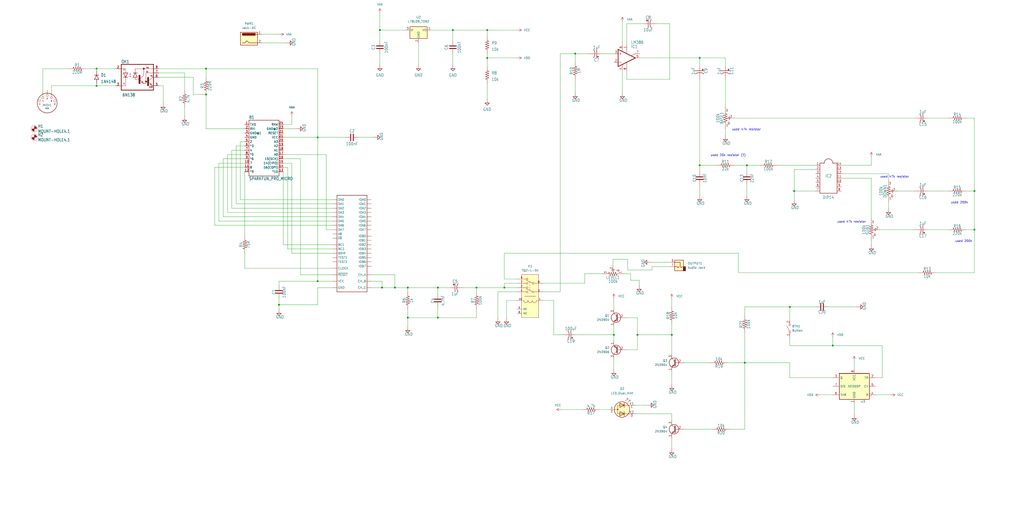
<source format=kicad_sch>
(kicad_sch (version 20211123) (generator eeschema)
  (paper "User" 605.942 311.15)
  (lib_symbols
    (symbol "Connector:AudioJack2"
      (property "Reference" "J" (at 0 8.89 0))
      (property "Value" "AudioJack2" (at 0 6.35 0))
      (symbol "AudioJack2_1_1"
        (pin passive line (at 5.08 2.54 180) (length 2.54) (name "~") (number "S"))
        (pin passive line (at 5.08 0 180) (length 2.54) (name "~") (number "T"))
      )
    )
    (symbol "Connector:Jack-DC" (pin_names (offset 1.016))
      (property "Reference" "J" (at 0 5.334 0))
      (property "Value" "Jack-DC" (at 0 -5.08 0))
      (symbol "Jack-DC_1_1"
        (pin passive line (at 7.62 2.54 180) (length 2.54) (name "~") (number "1"))
        (pin passive line (at 7.62 -2.54 180) (length 2.54) (name "~") (number "2"))
      )
    )
    (symbol "Device:C" (pin_numbers hide) (pin_names (offset 0.254))
      (property "Reference" "C" (at 0.635 2.54 0))
      (property "Value" "C" (at 0.635 -2.54 0))
      (symbol "C_1_1"
        (pin passive line (at 0 3.81 270) (length 2.794) (name "~") (number "1"))
        (pin passive line (at 0 -3.81 90) (length 2.794) (name "~") (number "2"))
      )
    )
    (symbol "Device:LED_Dual_KAK" (pin_names (offset 0))
      (property "Reference" "D" (at 0 5.715 0))
      (property "Value" "LED_Dual_KAK" (at 0 -6.35 0))
      (symbol "LED_Dual_KAK_1_1"
        (pin input line (at 7.62 2.54 180) (length 3.81) (name "K1") (number "1"))
        (pin input line (at -7.62 0 0) (length 3.048) (name "A") (number "2"))
        (pin input line (at 7.62 -2.54 180) (length 3.81) (name "K2") (number "3"))
      )
    )
    (symbol "GND_1" (power)
      (property "Value" "GND_1" (at -2.54 -5.08 0))
      (symbol "GND_1_1_0"
        (pin power_in line (at 0 2.54 270) (length 2.54) (name "GND") (number "1"))
      )
    )
    (symbol "Regulator_Linear:L78L09_TO92" (pin_names (offset 0.254))
      (property "Reference" "U" (at -3.81 3.175 0))
      (property "Value" "L78L09_TO92" (at 0 3.175 0))
      (symbol "L78L09_TO92_1_1"
        (pin power_out line (at 7.62 0 180) (length 2.54) (name "VO") (number "1"))
        (pin power_in line (at 0 -7.62 90) (length 2.54) (name "GND") (number "2"))
        (pin power_in line (at -7.62 0 0) (length 2.54) (name "VI") (number "3"))
      )
    )
    (symbol "TQ2-L-5V:TQ2-L-5V" (pin_names (offset 1.016))
      (property "Reference" "K" (at 0 7.62 0))
      (property "Value" "TQ2-L-5V" (at 0 10.16 0))
      (symbol "TQ2-L-5V_1_1"
        (pin passive line (at 2.54 -10.16 0) (length 3.81) (name "S+/R-") (number "1"))
        (pin passive line (at 17.78 -10.16 180) (length 3.81) (name "S-/R+") (number "10"))
        (pin passive line (at 17.78 -2.54 180) (length 5.08) (name "2") (number "2"))
        (pin passive line (at 2.54 -5.08 0) (length 5.08) (name "3") (number "3"))
        (pin passive line (at 17.78 -5.08 180) (length 5.08) (name "4") (number "4"))
        (pin passive line (at 17.78 -15.24 180) (length 2.54) (name "NC") (number "5"))
        (pin passive line (at 17.78 -17.78 180) (length 2.54) (name "NC") (number "6"))
        (pin passive line (at 17.78 0 180) (length 5.08) (name "7") (number "7"))
        (pin passive line (at 2.54 0 0) (length 5.08) (name "8") (number "8"))
        (pin passive line (at 17.78 2.54 180) (length 5.08) (name "9") (number "9"))
      )
    )
    (symbol "Timer:NE555P"
      (property "Reference" "U" (at -10.16 8.89 0))
      (property "Value" "NE555P" (at 2.54 8.89 0))
      (symbol "NE555P_0_0"
        (pin power_in line (at 0 -10.16 90) (length 2.54) (name "GND") (number "1"))
        (pin power_in line (at 0 10.16 270) (length 2.54) (name "VCC") (number "8"))
      )
      (symbol "NE555P_1_1"
        (pin input line (at -12.7 5.08 0) (length 3.81) (name "TR") (number "2"))
        (pin output line (at 12.7 5.08 180) (length 3.81) (name "Q") (number "3"))
        (pin input inverted (at -12.7 -5.08 0) (length 3.81) (name "R") (number "4"))
        (pin input line (at -12.7 0 0) (length 3.81) (name "CV") (number "5"))
        (pin input line (at 12.7 -5.08 180) (length 3.81) (name "THR") (number "6"))
        (pin input line (at 12.7 0 180) (length 3.81) (name "DIS") (number "7"))
      )
    )
    (symbol "Transistor_BJT:2N3904" (pin_names (offset 0) hide)
      (property "Reference" "Q" (at 5.08 1.905 0))
      (property "Value" "2N3904" (at 5.08 0 0))
      (symbol "2N3904_1_1"
        (pin passive line (at 2.54 -5.08 90) (length 2.54) (name "E") (number "1"))
        (pin passive line (at -5.08 0 0) (length 5.715) (name "B") (number "2"))
        (pin passive line (at 2.54 5.08 270) (length 2.54) (name "C") (number "3"))
      )
    )
    (symbol "Transistor_BJT:2N3906" (pin_names (offset 0) hide)
      (property "Reference" "Q" (at 5.08 1.905 0))
      (property "Value" "2N3906" (at 5.08 0 0))
      (symbol "2N3906_1_1"
        (pin passive line (at 2.54 -5.08 90) (length 2.54) (name "E") (number "1"))
        (pin input line (at -5.08 0 0) (length 5.715) (name "B") (number "2"))
        (pin passive line (at 2.54 5.08 270) (length 2.54) (name "C") (number "3"))
      )
    )
    (symbol "midi-bit-box-v1-eagle-import:5MM.2"
      (property "Reference" "C" (at 0 3.683 0))
      (property "Value" "5MM.2" (at 0 -3.683 0))
      (symbol "5MM.2_1_0"
        (pin passive line (at -2.54 0 0) (length 2.54) (name "+") (number "+"))
        (pin passive line (at 5.08 0 180) (length 2.54) (name "-") (number "-"))
      )
    )
    (symbol "midi-bit-box-v1-eagle-import:6N138"
      (property "Reference" "OK" (at -9.525 8.255 0))
      (property "Value" "6N138" (at -9.525 -10.16 0))
      (symbol "6N138_1_0"
        (text "A" (at -8.255 4.064 0) (effects (font (size 0.8128 0.6908)) (justify left bottom)))
        (text "C" (at -8.255 -4.318 0) (effects (font (size 0.8128 0.6908)) (justify left bottom)))
        (text "GND" (at 6.858 -6.223 0) (effects (font (size 0.8128 0.6908)) (justify left bottom)))
        (text "Vb" (at 5.08 2.794 0) (effects (font (size 0.8128 0.6908)) (justify left bottom)))
        (text "Vcc" (at 5.08 5.334 0) (effects (font (size 0.8128 0.6908)) (justify left bottom)))
        (text "Vo" (at 7.62 0.381 0) (effects (font (size 0.8128 0.6908)) (justify left bottom)))
        (pin passive line (at -12.7 5.08 0) (length 2.54) (name "A") (number "2"))
        (pin passive line (at -12.7 -5.08 0) (length 2.54) (name "C") (number "3"))
        (pin passive line (at 12.7 -5.08 180) (length 2.54) (name "GND") (number "5"))
        (pin passive line (at 12.7 0 180) (length 2.54) (name "VO") (number "6"))
        (pin passive line (at 12.7 2.54 180) (length 2.54) (name "VB") (number "7"))
        (pin passive line (at 12.7 5.08 180) (length 2.54) (name "VCC") (number "8"))
      )
    )
    (symbol "midi-bit-box-v1-eagle-import:AY-3-8910"
      (symbol "AY-3-8910_1_0"
        (pin power_in line (at -11.43 -25.4 0) (length 2.54) (name "GND") (number "1"))
        (pin bidirectional line (at 11.43 -2.54 180) (length 2.54) (name "IOB3") (number "10"))
        (pin bidirectional line (at 11.43 0 180) (length 2.54) (name "IOB2") (number "11"))
        (pin bidirectional line (at 11.43 2.54 180) (length 2.54) (name "IOB1") (number "12"))
        (pin bidirectional line (at 11.43 5.08 180) (length 2.54) (name "IOB0") (number "13"))
        (pin bidirectional line (at 11.43 8.89 180) (length 2.54) (name "IOA7") (number "14"))
        (pin bidirectional line (at 11.43 11.43 180) (length 2.54) (name "IOA6") (number "15"))
        (pin bidirectional line (at 11.43 13.97 180) (length 2.54) (name "IOA5") (number "16"))
        (pin bidirectional line (at 11.43 16.51 180) (length 2.54) (name "IOA4") (number "17"))
        (pin bidirectional line (at 11.43 19.05 180) (length 2.54) (name "IOA3") (number "18"))
        (pin bidirectional line (at 11.43 21.59 180) (length 2.54) (name "IOA2") (number "19"))
        (pin bidirectional line (at 11.43 24.13 180) (length 2.54) (name "IOA1") (number "20"))
        (pin bidirectional line (at 11.43 26.67 180) (length 2.54) (name "IOA0") (number "21"))
        (pin input line (at -11.43 -13.97 0) (length 2.54) (name "CLOCK") (number "22"))
        (pin input line (at -11.43 -17.78 0) (length 2.54) (name "~{RESET}") (number "23"))
        (pin input line (at -11.43 3.81 0) (length 2.54) (name "~{A9}") (number "24"))
        (pin input line (at -11.43 6.35 0) (length 2.54) (name "A8") (number "25"))
        (pin input line (at -11.43 -10.16 0) (length 2.54) (name "TEST2") (number "26"))
        (pin input line (at -11.43 -5.08 0) (length 2.54) (name "BDIR") (number "27"))
        (pin input line (at -11.43 -2.54 0) (length 2.54) (name "BC2") (number "28"))
        (pin input line (at -11.43 0 0) (length 2.54) (name "BC1") (number "29"))
        (pin output line (at 11.43 -21.59 180) (length 2.54) (name "CH_B") (number "3"))
        (pin bidirectional line (at -11.43 8.89 0) (length 2.54) (name "DA7") (number "30"))
        (pin bidirectional line (at -11.43 11.43 0) (length 2.54) (name "DA6") (number "31"))
        (pin bidirectional line (at -11.43 13.97 0) (length 2.54) (name "DA5") (number "32"))
        (pin bidirectional line (at -11.43 16.51 0) (length 2.54) (name "DA4") (number "33"))
        (pin bidirectional line (at -11.43 19.05 0) (length 2.54) (name "DA3") (number "34"))
        (pin bidirectional line (at -11.43 21.59 0) (length 2.54) (name "DA2") (number "35"))
        (pin bidirectional line (at -11.43 24.13 0) (length 2.54) (name "DA1") (number "36"))
        (pin bidirectional line (at -11.43 26.67 0) (length 2.54) (name "DA0") (number "37"))
        (pin output line (at 11.43 -25.4 180) (length 2.54) (name "CH_C") (number "38"))
        (pin input line (at -11.43 -7.62 0) (length 2.54) (name "TEST1") (number "39"))
        (pin output line (at 11.43 -17.78 180) (length 2.54) (name "CH_A") (number "4"))
        (pin power_in line (at -11.43 -21.59 0) (length 2.54) (name "VCC") (number "40"))
        (pin bidirectional line (at 11.43 -12.7 180) (length 2.54) (name "IOB7") (number "6"))
        (pin bidirectional line (at 11.43 -10.16 180) (length 2.54) (name "IOB6") (number "7"))
        (pin bidirectional line (at 11.43 -7.62 180) (length 2.54) (name "IOB5") (number "8"))
        (pin bidirectional line (at 11.43 -5.08 180) (length 2.54) (name "IOB4") (number "9"))
      )
    )
    (symbol "midi-bit-box-v1-eagle-import:Button" (pin_names (offset 0) hide)
      (property "Reference" "SW" (at 0 3.175 0))
      (property "Value" "Button" (at 0 -2.54 0))
      (symbol "Button_1_1"
        (pin passive line (at -5.08 0 0) (length 2.54) (name "A") (number "1"))
        (pin passive line (at 5.08 0 180) (length 2.54) (name "B") (number "2"))
      )
    )
    (symbol "midi-bit-box-v1-eagle-import:DIP14"
      (property "Reference" "IC" (at 0 1.27 0))
      (property "Value" "DIP14" (at 0 -1.27 0))
      (symbol "DIP14_1_0"
        (pin passive line (at -7.62 7.62 0) (length 2.54) (name "1") (number "1"))
        (pin passive line (at 7.62 -2.54 180) (length 2.54) (name "10") (number "10"))
        (pin passive line (at 7.62 0 180) (length 2.54) (name "11") (number "11"))
        (pin passive line (at 7.62 2.54 180) (length 2.54) (name "12") (number "12"))
        (pin passive line (at 7.62 5.08 180) (length 2.54) (name "13") (number "13"))
        (pin passive line (at 7.62 7.62 180) (length 2.54) (name "14") (number "14"))
        (pin passive line (at -7.62 5.08 0) (length 2.54) (name "2") (number "2"))
        (pin passive line (at -7.62 2.54 0) (length 2.54) (name "3") (number "3"))
        (pin passive line (at -7.62 0 0) (length 2.54) (name "4") (number "4"))
        (pin passive line (at -7.62 -2.54 0) (length 2.54) (name "5") (number "5"))
        (pin passive line (at -7.62 -5.08 0) (length 2.54) (name "6") (number "6"))
        (pin passive line (at -7.62 -7.62 0) (length 2.54) (name "7") (number "7"))
        (pin passive line (at 7.62 -7.62 180) (length 2.54) (name "8") (number "8"))
        (pin passive line (at 7.62 -5.08 180) (length 2.54) (name "9") (number "9"))
      )
    )
    (symbol "midi-bit-box-v1-eagle-import:DO41.3"
      (property "Reference" "D" (at 0 2.3876 0))
      (property "Value" "DO41.3" (at 0 -2.413 0))
      (symbol "DO41.3_1_0"
        (pin passive line (at -5.08 0 0) (length 2.54) (name "A") (number "A"))
        (pin passive line (at 2.54 0 180) (length 2.54) (name "C") (number "C"))
      )
    )
    (symbol "midi-bit-box-v1-eagle-import:GND" (power)
      (property "Value" "GND" (at -1.905 -3.175 0))
      (symbol "GND_1_0"
        (pin power_in line (at 0 2.54 270) (length 2.54) (name "GND") (number "1"))
      )
    )
    (symbol "midi-bit-box-v1-eagle-import:LM386"
      (property "Reference" "IC" (at 2.54 5.715 0))
      (property "Value" "LM386" (at 2.54 8.255 0))
      (symbol "LM386_1_0"
        (pin passive line (at 0 7.62 270) (length 2.54) (name "GAIN1") (number "1"))
        (pin input line (at -7.62 -2.54 0) (length 2.54) (name "-IN") (number "2"))
        (pin input line (at -7.62 2.54 0) (length 2.54) (name "+IN") (number "3"))
        (pin power_in line (at -2.54 -7.62 90) (length 2.54) (name "V-") (number "4"))
        (pin output line (at 7.62 0 180) (length 2.54) (name "OUT") (number "5"))
        (pin power_in line (at -2.54 7.62 270) (length 2.54) (name "V+") (number "6"))
        (pin passive line (at 7.62 2.54 180) (length 2.54) (name "BYPASS") (number "7"))
        (pin passive line (at 0 -7.62 90) (length 2.54) (name "GAIN2") (number "8"))
      )
    )
    (symbol "midi-bit-box-v1-eagle-import:MIDI"
      (property "Reference" "J" (at 0 -1.27 0))
      (property "Value" "MIDI" (at 0 -3.175 0))
      (symbol "MIDI_1_0"
        (text "1" (at -4.445 -0.635 0) (effects (font (size 0.8128 0.6908))))
        (text "2" (at 0 2.54 0) (effects (font (size 0.8128 0.6908))))
        (text "3" (at 4.445 -0.635 0) (effects (font (size 0.8128 0.6908))))
        (text "4" (at -2.54 1.27 0) (effects (font (size 0.8128 0.6908))))
        (text "5" (at 2.54 1.27 0) (effects (font (size 0.8128 0.6908))))
        (pin bidirectional line (at 0 7.62 270) (length 2.54) (name "2") (number "R"))
        (pin bidirectional line (at 2.54 6.35 270) (length 2.54) (name "5") (number "S"))
        (pin bidirectional line (at -2.54 6.35 270) (length 2.54) (name "4") (number "T"))
      )
    )
    (symbol "midi-bit-box-v1-eagle-import:MOUNT-HOLE4.1"
      (property "Reference" "H" (at 2.032 0.5842 0))
      (property "Value" "MOUNT-HOLE4.1" (at 2.032 -2.4638 0))
    )
    (symbol "midi-bit-box-v1-eagle-import:R.3B"
      (property "Reference" "R" (at 0 2.1336 0))
      (property "Value" "R.3B" (at 0 -2.159 0))
      (symbol "R.3B_1_0"
        (pin passive line (at -5.08 0 0) (length 2.54) (name "1") (number "1"))
        (pin passive line (at 5.08 0 180) (length 2.54) (name "2") (number "2"))
      )
    )
    (symbol "midi-bit-box-v1-eagle-import:SPARKFUN_PRO_MICRO"
      (property "Reference" "B" (at -7.62 18.542 0))
      (property "Value" "SPARKFUN_PRO_MICRO" (at -7.62 -17.78 0))
      (symbol "SPARKFUN_PRO_MICRO_1_0"
        (pin bidirectional line (at -10.16 15.24 0) (length 2.54) (name "TXO") (number "1"))
        (pin bidirectional line (at -10.16 -7.62 0) (length 2.54) (name "7") (number "10"))
        (pin bidirectional line (at -10.16 -10.16 0) (length 2.54) (name "8") (number "11"))
        (pin bidirectional line (at -10.16 -12.7 0) (length 2.54) (name "*9") (number "12"))
        (pin bidirectional line (at 12.7 -12.7 180) (length 2.54) (name "*10") (number "13"))
        (pin bidirectional line (at 12.7 -10.16 180) (length 2.54) (name "16(COPI)") (number "14"))
        (pin bidirectional line (at 12.7 -7.62 180) (length 2.54) (name "14(CIPO)") (number "15"))
        (pin bidirectional line (at 12.7 -5.08 180) (length 2.54) (name "15(SCK)") (number "16"))
        (pin bidirectional line (at 12.7 -2.54 180) (length 2.54) (name "A0") (number "17"))
        (pin bidirectional line (at 12.7 0 180) (length 2.54) (name "A1") (number "18"))
        (pin bidirectional line (at 12.7 2.54 180) (length 2.54) (name "A2") (number "19"))
        (pin bidirectional line (at -10.16 12.7 0) (length 2.54) (name "RXI") (number "2"))
        (pin bidirectional line (at 12.7 5.08 180) (length 2.54) (name "A3") (number "20"))
        (pin power_in line (at 12.7 7.62 180) (length 2.54) (name "VCC") (number "21"))
        (pin bidirectional line (at 12.7 10.16 180) (length 2.54) (name "RESET") (number "22"))
        (pin power_in line (at 12.7 12.7 180) (length 2.54) (name "GND@2") (number "23"))
        (pin power_in line (at 12.7 15.24 180) (length 2.54) (name "RAW") (number "24"))
        (pin power_in line (at -10.16 10.16 0) (length 2.54) (name "GND@1") (number "3"))
        (pin power_in line (at -10.16 7.62 0) (length 2.54) (name "GND") (number "4"))
        (pin bidirectional line (at -10.16 5.08 0) (length 2.54) (name "2") (number "5"))
        (pin bidirectional line (at -10.16 2.54 0) (length 2.54) (name "*3") (number "6"))
        (pin bidirectional line (at -10.16 0 0) (length 2.54) (name "4") (number "7"))
        (pin bidirectional line (at -10.16 -2.54 0) (length 2.54) (name "*5") (number "8"))
        (pin bidirectional line (at -10.16 -5.08 0) (length 2.54) (name "*6") (number "9"))
      )
    )
    (symbol "midi-bit-box-v1-eagle-import:TRIMMER"
      (property "Reference" "POT" (at -2.159 0 90))
      (property "Value" "TRIMMER" (at -4.445 0 90))
      (symbol "TRIMMER_1_0"
        (text "1" (at 0.381 -5.08 0) (effects (font (size 1.27 1.0795)) (justify left bottom)))
        (text "2" (at 2.794 0.254 0) (effects (font (size 1.27 1.0795)) (justify left bottom)))
        (text "3" (at 0.254 3.81 0) (effects (font (size 1.27 1.0795)) (justify left bottom)))
        (pin passive line (at 0 -6.35 90) (length 0) (name "1") (number "1"))
        (pin passive line (at 5.08 0 180) (length 0) (name "2") (number "2"))
        (pin passive line (at 0 6.35 270) (length 0) (name "3") (number "3"))
      )
    )
    (symbol "power:VAA" (power) (pin_names (offset 0))
      (property "Value" "VAA" (at 0 3.81 0))
      (symbol "VAA_1_1"
        (pin power_in line (at 0 0 90) (length 0) hide (name "VAA") (number "1"))
      )
    )
    (symbol "power:VCC" (power) (pin_names (offset 0))
      (property "Value" "VCC" (at 0 3.81 0))
      (symbol "VCC_1_1"
        (pin power_in line (at 0 0 90) (length 0) hide (name "VCC") (number "1"))
      )
    )
    (symbol "power:VDD" (power) (pin_names (offset 0))
      (property "Value" "VDD" (at 0 3.81 0))
      (symbol "VDD_1_1"
        (pin power_in line (at 0 0 90) (length 0) hide (name "VDD") (number "1"))
      )
    )
  )
  (junction (at 576.58 135.89))
  (junction (at 121.92 55.88))
  (junction (at 267.97 17.78))
  (junction (at 226.06 170.18))
  (junction (at 187.96 81.28))
  (junction (at 281.94 170.18))
  (junction (at 57.15 50.8))
  (junction (at 224.79 17.78))
  (junction (at 441.96 97.79))
  (junction (at 259.08 170.18))
  (junction (at 397.51 198.12))
  (junction (at 576.58 113.03))
  (junction (at 288.29 34.29))
  (junction (at 440.69 214.63))
  (junction (at 233.68 170.18))
  (junction (at 469.9 113.03))
  (junction (at 259.08 187.96))
  (junction (at 414.02 34.29))
  (junction (at 241.3 170.18))
  (junction (at 121.92 40.64))
  (junction (at 377.19 198.12))
  (junction (at 363.22 198.12))
  (junction (at 340.36 31.75))
  (junction (at 187.96 166.37))
  (junction (at 492.76 204.47))
  (junction (at 298.45 170.18))
  (junction (at 165.1 180.34))
  (junction (at 414.02 97.79))
  (junction (at 288.29 17.78))
  (junction (at 241.3 187.96))
  (junction (at 467.36 181.61))
  (junction (at 57.15 40.64))
  (wire (pts (xy 370.84 13.97) (xy 370.84 26.67)))
  (wire (pts (xy 370.84 46.99) (xy 396.24 46.99)))
  (wire (pts (xy 543.56 161.29) (xy 436.88 161.29)))
  (wire (pts (xy 492.76 199.39) (xy 492.76 204.47)))
  (wire (pts (xy 373.126 162.052) (xy 373.126 165.862)))
  (wire (pts (xy 521.97 204.47) (xy 492.76 204.47)))
  (wire (pts (xy 255.27 17.78) (xy 267.97 17.78)))
  (wire (pts (xy 424.18 97.79) (xy 414.02 97.79)))
  (wire (pts (xy 321.31 167.64) (xy 345.948 167.64)))
  (wire (pts (xy 121.92 55.88) (xy 121.92 76.2)))
  (wire (pts (xy 266.7 170.18) (xy 259.08 170.18)))
  (wire (pts (xy 219.71 170.18) (xy 226.06 170.18)))
  (wire (pts (xy 397.51 198.12) (xy 397.51 209.55)))
  (wire (pts (xy 193.04 135.89) (xy 193.04 91.44)))
  (wire (pts (xy 196.85 144.78) (xy 167.64 144.78)))
  (wire (pts (xy 375.666 244.856) (xy 397.51 244.856)))
  (wire (pts (xy 96.52 50.8) (xy 96.52 60.96)))
  (wire (pts (xy 381 13.97) (xy 370.84 13.97)))
  (wire (pts (xy 497.84 105.41) (xy 515.62 105.41)))
  (wire (pts (xy 121.92 76.2) (xy 144.78 76.2)))
  (wire (pts (xy 397.51 219.71) (xy 397.51 227.33)))
  (wire (pts (xy 345.948 162.052) (xy 356.362 162.052)))
  (wire (pts (xy 331.978 242.316) (xy 344.678 242.316)))
  (wire (pts (xy 233.68 162.56) (xy 233.68 170.18)))
  (wire (pts (xy 414.02 109.22) (xy 414.02 115.57)))
  (wire (pts (xy 525.78 106.68) (xy 525.78 102.87)))
  (wire (pts (xy 187.96 40.64) (xy 121.92 40.64)))
  (wire (pts (xy 321.31 172.72) (xy 331.47 172.72)))
  (wire (pts (xy 518.16 233.68) (xy 527.05 233.68)))
  (wire (pts (xy 306.07 167.64) (xy 298.45 167.64)))
  (wire (pts (xy 377.19 198.12) (xy 397.51 198.12)))
  (wire (pts (xy 144.78 158.75) (xy 196.85 158.75)))
  (wire (pts (xy 259.08 173.99) (xy 259.08 170.18)))
  (wire (pts (xy 127 133.35) (xy 127 99.06)))
  (wire (pts (xy 187.96 40.64) (xy 187.96 81.28)))
  (wire (pts (xy 165.1 176.53) (xy 165.1 180.34)))
  (wire (pts (xy 368.3 54.61) (xy 368.3 41.91)))
  (wire (pts (xy 170.18 147.32) (xy 170.18 99.06)))
  (wire (pts (xy 57.15 49.53) (xy 57.15 50.8)))
  (wire (pts (xy 515.62 144.78) (xy 515.62 142.24)))
  (wire (pts (xy 299.72 177.8) (xy 299.72 187.96)))
  (wire (pts (xy 576.58 113.03) (xy 571.5 113.03)))
  (wire (pts (xy 167.64 93.98) (xy 177.8 93.98)))
  (wire (pts (xy 306.07 172.72) (xy 294.64 172.72)))
  (wire (pts (xy 492.76 223.52) (xy 467.36 223.52)))
  (wire (pts (xy 233.68 170.18) (xy 241.3 170.18)))
  (wire (pts (xy 385.826 157.734) (xy 385.826 159.766)))
  (wire (pts (xy 259.08 187.96) (xy 241.3 187.96)))
  (wire (pts (xy 288.29 31.75) (xy 288.29 34.29)))
  (wire (pts (xy 172.72 149.86) (xy 172.72 96.52)))
  (wire (pts (xy 93.98 43.18) (xy 109.22 43.18)))
  (wire (pts (xy 515.62 129.54) (xy 515.62 105.41)))
  (wire (pts (xy 363.22 198.12) (xy 363.22 193.04)))
  (wire (pts (xy 306.07 177.8) (xy 299.72 177.8)))
  (wire (pts (xy 482.6 113.03) (xy 469.9 113.03)))
  (wire (pts (xy 259.08 170.18) (xy 241.3 170.18)))
  (wire (pts (xy 57.15 40.64) (xy 57.15 41.91)))
  (wire (pts (xy 482.6 97.79) (xy 459.74 97.79)))
  (wire (pts (xy 240.03 17.78) (xy 224.79 17.78)))
  (wire (pts (xy 50.8 40.64) (xy 57.15 40.64)))
  (wire (pts (xy 363.22 176.53) (xy 363.22 182.88)))
  (wire (pts (xy 429.26 80.01) (xy 429.26 76.2)))
  (wire (pts (xy 25.4 40.64) (xy 40.64 40.64)))
  (wire (pts (xy 154.94 25.4) (xy 169.164 25.4)))
  (wire (pts (xy 429.26 34.29) (xy 414.02 34.29)))
  (wire (pts (xy 414.02 39.37) (xy 414.02 34.29)))
  (wire (pts (xy 363.22 31.75) (xy 355.6 31.75)))
  (wire (pts (xy 241.3 170.18) (xy 241.3 172.72)))
  (wire (pts (xy 397.51 176.53) (xy 397.51 181.61)))
  (wire (pts (xy 377.19 187.96) (xy 370.84 187.96)))
  (wire (pts (xy 370.84 41.91) (xy 370.84 46.99)))
  (wire (pts (xy 363.22 212.09) (xy 363.22 218.44)))
  (wire (pts (xy 396.748 155.194) (xy 385.318 155.194)))
  (wire (pts (xy 187.96 166.37) (xy 165.1 166.37)))
  (wire (pts (xy 196.85 120.65) (xy 139.7 120.65)))
  (wire (pts (xy 440.69 181.61) (xy 467.36 181.61)))
  (wire (pts (xy 440.69 186.69) (xy 440.69 181.61)))
  (wire (pts (xy 139.7 86.36) (xy 144.78 86.36)))
  (wire (pts (xy 396.748 157.734) (xy 385.826 157.734)))
  (wire (pts (xy 294.64 172.72) (xy 294.64 187.96)))
  (wire (pts (xy 167.64 144.78) (xy 167.64 101.6)))
  (wire (pts (xy 469.9 100.33) (xy 469.9 113.03)))
  (wire (pts (xy 224.79 7.62) (xy 224.79 17.78)))
  (wire (pts (xy 576.58 69.85) (xy 571.5 69.85)))
  (wire (pts (xy 127 99.06) (xy 144.78 99.06)))
  (wire (pts (xy 134.62 91.44) (xy 144.78 91.44)))
  (wire (pts (xy 429.26 63.5) (xy 429.26 46.99)))
  (wire (pts (xy 139.7 120.65) (xy 139.7 86.36)))
  (wire (pts (xy 172.72 96.52) (xy 167.64 96.52)))
  (wire (pts (xy 288.29 34.29) (xy 288.29 39.37)))
  (wire (pts (xy 226.06 170.18) (xy 233.68 170.18)))
  (wire (pts (xy 541.02 69.85) (xy 434.34 69.85)))
  (wire (pts (xy 467.36 181.61) (xy 467.36 189.23)))
  (wire (pts (xy 396.24 46.99) (xy 396.24 13.97)))
  (wire (pts (xy 154.94 20.32) (xy 165.354 20.32)))
  (wire (pts (xy 576.58 113.03) (xy 576.58 69.85)))
  (wire (pts (xy 369.062 162.052) (xy 373.126 162.052)))
  (wire (pts (xy 212.09 81.28) (xy 220.98 81.28)))
  (wire (pts (xy 121.92 40.64) (xy 121.92 45.72)))
  (wire (pts (xy 241.3 187.96) (xy 241.3 182.88)))
  (wire (pts (xy 378.46 34.29) (xy 414.02 34.29)))
  (wire (pts (xy 219.71 162.56) (xy 233.68 162.56)))
  (wire (pts (xy 541.02 135.89) (xy 520.7 135.89)))
  (wire (pts (xy 281.94 170.18) (xy 281.94 172.72)))
  (wire (pts (xy 57.15 40.64) (xy 68.58 40.64)))
  (wire (pts (xy 485.14 233.68) (xy 492.76 233.68)))
  (wire (pts (xy 137.16 123.19) (xy 137.16 88.9)))
  (wire (pts (xy 377.19 207.01) (xy 377.19 198.12)))
  (wire (pts (xy 561.34 113.03) (xy 548.64 113.03)))
  (wire (pts (xy 521.97 204.47) (xy 521.97 223.52)))
  (wire (pts (xy 193.04 91.44) (xy 167.64 91.44)))
  (wire (pts (xy 196.85 170.18) (xy 187.96 170.18)))
  (wire (pts (xy 377.19 198.12) (xy 377.19 187.96)))
  (wire (pts (xy 267.97 31.75) (xy 267.97 38.1)))
  (wire (pts (xy 298.45 167.64) (xy 298.45 170.18)))
  (wire (pts (xy 267.97 17.78) (xy 267.97 24.13)))
  (wire (pts (xy 196.85 133.35) (xy 127 133.35)))
  (wire (pts (xy 332.74 198.12) (xy 327.66 198.12)))
  (wire (pts (xy 405.13 214.63) (xy 420.37 214.63)))
  (wire (pts (xy 288.29 34.29) (xy 306.07 34.29)))
  (wire (pts (xy 440.69 196.85) (xy 440.69 214.63)))
  (wire (pts (xy 93.98 45.72) (xy 114.3 45.72)))
  (wire (pts (xy 571.5 135.89) (xy 576.58 135.89)))
  (wire (pts (xy 505.46 213.36) (xy 505.46 218.44)))
  (wire (pts (xy 219.71 166.37) (xy 226.06 166.37)))
  (wire (pts (xy 576.58 161.29) (xy 553.72 161.29)))
  (wire (pts (xy 525.78 119.38) (xy 525.78 123.19)))
  (wire (pts (xy 363.22 198.12) (xy 363.22 201.93)))
  (wire (pts (xy 354.838 242.316) (xy 360.426 242.316)))
  (wire (pts (xy 196.85 130.81) (xy 129.54 130.81)))
  (wire (pts (xy 25.4 54.61) (xy 25.4 40.64)))
  (wire (pts (xy 129.54 130.81) (xy 129.54 96.52)))
  (wire (pts (xy 405.13 254) (xy 421.64 254)))
  (wire (pts (xy 259.08 181.61) (xy 259.08 187.96)))
  (wire (pts (xy 109.22 43.18) (xy 109.22 53.34)))
  (wire (pts (xy 429.26 39.37) (xy 429.26 34.29)))
  (wire (pts (xy 530.86 113.03) (xy 541.02 113.03)))
  (wire (pts (xy 371.348 159.766) (xy 371.348 153.416)))
  (wire (pts (xy 57.15 50.8) (xy 68.58 50.8)))
  (wire (pts (xy 281.94 170.18) (xy 298.45 170.18)))
  (wire (pts (xy 144.78 149.86) (xy 144.78 158.75)))
  (wire (pts (xy 441.96 97.79) (xy 441.96 101.6)))
  (wire (pts (xy 576.58 135.89) (xy 576.58 113.03)))
  (wire (pts (xy 196.85 147.32) (xy 170.18 147.32)))
  (wire (pts (xy 196.85 166.37) (xy 187.96 166.37)))
  (wire (pts (xy 397.51 244.856) (xy 397.51 248.92)))
  (wire (pts (xy 515.62 92.71) (xy 515.62 97.79)))
  (wire (pts (xy 288.29 21.59) (xy 288.29 17.78)))
  (wire (pts (xy 274.32 170.18) (xy 281.94 170.18)))
  (wire (pts (xy 114.3 55.88) (xy 121.92 55.88)))
  (wire (pts (xy 30.48 54.61) (xy 30.48 50.8)))
  (wire (pts (xy 469.9 113.03) (xy 469.9 118.11)))
  (wire (pts (xy 449.58 97.79) (xy 441.96 97.79)))
  (wire (pts (xy 30.48 50.8) (xy 57.15 50.8)))
  (wire (pts (xy 414.02 46.99) (xy 414.02 97.79)))
  (wire (pts (xy 397.51 191.77) (xy 397.51 198.12)))
  (wire (pts (xy 331.47 172.72) (xy 331.47 31.75)))
  (wire (pts (xy 373.126 165.862) (xy 378.206 165.862)))
  (wire (pts (xy 441.96 115.57) (xy 441.96 109.22)))
  (wire (pts (xy 196.85 149.86) (xy 172.72 149.86)))
  (wire (pts (xy 114.3 45.72) (xy 114.3 55.88)))
  (wire (pts (xy 172.72 68.58) (xy 172.72 73.66)))
  (wire (pts (xy 440.69 254) (xy 431.8 254)))
  (wire (pts (xy 167.64 81.28) (xy 187.96 81.28)))
  (wire (pts (xy 576.58 135.89) (xy 576.58 161.29)))
  (wire (pts (xy 93.98 40.64) (xy 121.92 40.64)))
  (wire (pts (xy 436.88 149.86) (xy 298.45 149.86)))
  (wire (pts (xy 378.206 165.862) (xy 378.206 168.656)))
  (wire (pts (xy 281.94 182.88) (xy 281.94 187.96)))
  (wire (pts (xy 137.16 88.9) (xy 144.78 88.9)))
  (wire (pts (xy 196.85 128.27) (xy 132.08 128.27)))
  (wire (pts (xy 327.66 198.12) (xy 327.66 177.8)))
  (wire (pts (xy 561.34 135.89) (xy 548.64 135.89)))
  (wire (pts (xy 497.84 97.79) (xy 515.62 97.79)))
  (wire (pts (xy 505.46 238.76) (xy 505.46 245.11)))
  (wire (pts (xy 226.06 166.37) (xy 226.06 170.18)))
  (wire (pts (xy 347.98 31.75) (xy 340.36 31.75)))
  (wire (pts (xy 129.54 96.52) (xy 144.78 96.52)))
  (wire (pts (xy 414.02 97.79) (xy 414.02 101.6)))
  (wire (pts (xy 93.98 50.8) (xy 96.52 50.8)))
  (wire (pts (xy 288.29 17.78) (xy 306.07 17.78)))
  (wire (pts (xy 142.24 83.82) (xy 142.24 118.11)))
  (wire (pts (xy 288.29 17.78) (xy 267.97 17.78)))
  (wire (pts (xy 187.96 81.28) (xy 187.96 166.37)))
  (wire (pts (xy 385.826 159.766) (xy 371.348 159.766)))
  (wire (pts (xy 434.34 97.79) (xy 441.96 97.79)))
  (wire (pts (xy 172.72 73.66) (xy 167.64 73.66)))
  (wire (pts (xy 467.36 223.52) (xy 467.36 214.63)))
  (wire (pts (xy 224.79 31.75) (xy 224.79 38.1)))
  (wire (pts (xy 397.51 259.08) (xy 397.51 265.43)))
  (wire (pts (xy 224.79 17.78) (xy 224.79 24.13)))
  (wire (pts (xy 177.8 93.98) (xy 177.8 162.56)))
  (wire (pts (xy 134.62 125.73) (xy 134.62 91.44)))
  (wire (pts (xy 492.76 204.47) (xy 467.36 204.47)))
  (wire (pts (xy 132.08 128.27) (xy 132.08 93.98)))
  (wire (pts (xy 204.47 81.28) (xy 187.96 81.28)))
  (wire (pts (xy 362.712 153.416) (xy 362.712 156.972)))
  (wire (pts (xy 375.666 239.776) (xy 382.778 239.776)))
  (wire (pts (xy 490.22 181.61) (xy 506.73 181.61)))
  (wire (pts (xy 561.34 69.85) (xy 548.64 69.85)))
  (wire (pts (xy 306.07 165.1) (xy 298.45 165.1)))
  (wire (pts (xy 187.96 180.34) (xy 165.1 180.34)))
  (wire (pts (xy 497.84 102.87) (xy 525.78 102.87)))
  (wire (pts (xy 340.36 46.99) (xy 340.36 54.61)))
  (wire (pts (xy 196.85 123.19) (xy 137.16 123.19)))
  (wire (pts (xy 187.96 170.18) (xy 187.96 180.34)))
  (wire (pts (xy 340.36 31.75) (xy 340.36 36.83)))
  (wire (pts (xy 144.78 101.6) (xy 144.78 139.7)))
  (wire (pts (xy 436.88 161.29) (xy 436.88 149.86)))
  (wire (pts (xy 196.85 125.73) (xy 134.62 125.73)))
  (wire (pts (xy 167.64 76.2) (xy 175.26 76.2)))
  (wire (pts (xy 241.3 193.04) (xy 241.3 187.96)))
  (wire (pts (xy 482.6 100.33) (xy 469.9 100.33)))
  (wire (pts (xy 327.66 177.8) (xy 321.31 177.8)))
  (wire (pts (xy 142.24 118.11) (xy 196.85 118.11)))
  (wire (pts (xy 177.8 162.56) (xy 196.85 162.56)))
  (wire (pts (xy 440.69 214.63) (xy 440.69 254)))
  (wire (pts (xy 340.36 198.12) (xy 363.22 198.12)))
  (wire (pts (xy 165.1 180.34) (xy 165.1 182.88)))
  (wire (pts (xy 281.94 187.96) (xy 259.08 187.96)))
  (wire (pts (xy 521.97 223.52) (xy 518.16 223.52)))
  (wire (pts (xy 467.36 214.63) (xy 440.69 214.63)))
  (wire (pts (xy 196.85 135.89) (xy 193.04 135.89)))
  (wire (pts (xy 288.29 49.53) (xy 288.29 58.42)))
  (wire (pts (xy 345.948 167.64) (xy 345.948 162.052)))
  (wire (pts (xy 132.08 93.98) (xy 144.78 93.98)))
  (wire (pts (xy 368.3 12.7) (xy 368.3 26.67)))
  (wire (pts (xy 170.18 99.06) (xy 167.64 99.06)))
  (wire (pts (xy 467.36 204.47) (xy 467.36 199.39)))
  (wire (pts (xy 370.84 207.01) (xy 377.19 207.01)))
  (wire (pts (xy 331.47 31.75) (xy 340.36 31.75)))
  (wire (pts (xy 396.24 13.97) (xy 388.62 13.97)))
  (wire (pts (xy 371.348 153.416) (xy 362.712 153.416)))
  (wire (pts (xy 247.65 25.4) (xy 247.65 38.1)))
  (wire (pts (xy 109.22 63.5) (xy 109.22 68.58)))
  (wire (pts (xy 467.36 181.61) (xy 482.6 181.61)))
  (wire (pts (xy 165.1 166.37) (xy 165.1 168.91)))
  (wire (pts (xy 430.53 214.63) (xy 440.69 214.63)))
  (wire (pts (xy 298.45 170.18) (xy 306.07 170.18)))
  (wire (pts (xy 144.78 83.82) (xy 142.24 83.82)))
  (wire (pts (xy 298.45 149.86) (xy 298.45 165.1)))
  (text "used 20k resistor (?)" (at 420.37 92.71 0) (effects (font (size 1.27 1.27)) (justify left bottom)))
  (text "used 200k\n" (at 562.61 120.65 0) (effects (font (size 1.27 1.27)) (justify left bottom)))
  (text "used 200k" (at 565.15 143.51 0) (effects (font (size 1.27 1.27)) (justify left bottom)))
  (text "used 47k resistor" (at 433.07 77.47 0) (effects (font (size 1.27 1.27)) (justify left bottom)))
  (text "used 47k resistor" (at 495.3 132.08 0) (effects (font (size 1.27 1.27)) (justify left bottom)))
  (text "used 47k resistor" (at 520.7 105.41 0) (effects (font (size 1.27 1.27)) (justify left bottom)))
  (symbol (lib_id "midi-bit-box-v1-eagle-import:5MM.2") (at 383.54 13.97 0) (unit 1)
    (property "Reference" "C8" (at 383.54 10.287 0) (effects (font (size 1.778 1.5113))))
    (property "Value" "10uF" (at 383.54 17.653 0) (effects (font (size 1.778 1.5113))))
    (property "Footprint" "midi-bit-box-v1:0502" (effects hide))
  )
  (symbol (lib_id "power:VAA") (at 515.62 92.71 0) (unit 1)
    (property "Reference" "#PWR013" (effects hide))
    (property "Value" "VAA" (at 518.16 91.4399 0) (effects (justify left)))
  )
  (symbol (lib_id "power:VCC") (at 363.22 176.53 0) (unit 1)
    (property "Reference" "#PWR07" (effects hide))
    (property "Value" "VCC" (at 365.76 175.2599 0) (effects (justify left)))
  )
  (symbol (lib_id "midi-bit-box-v1-eagle-import:R.3B") (at 288.29 44.45 90) (unit 1)
    (property "Reference" "R8" (at 290.83 43.18 90) (effects (font (size 1.778 1.5113)) (justify right)))
    (property "Value" "10k" (at 290.83 46.99 90) (effects (font (size 1.778 1.5113)) (justify right)))
    (property "Footprint" "midi-bit-box-v1:0.3_.B" (effects hide))
  )
  (symbol (lib_id "midi-bit-box-v1-eagle-import:6N138") (at 81.28 45.72 0) (unit 1)
    (property "Reference" "OK1" (at 71.755 37.465 0) (effects (font (size 1.778 1.5113)) (justify left bottom)))
    (property "Value" "6N138" (at 72.39 57.15 0) (effects (font (size 1.778 1.5113)) (justify left bottom)))
    (property "Footprint" "midi-bit-box-v1:DIP08" (effects hide))
  )
  (symbol (lib_id "power:VDD") (at 485.14 233.68 90) (unit 1)
    (property "Reference" "#PWR010" (effects hide))
    (property "Value" "VDD" (at 477.52 233.68 90) (effects (justify right)))
  )
  (symbol (lib_id "midi-bit-box-v1-eagle-import:R.3B") (at 429.26 97.79 0) (unit 1)
    (property "Reference" "R11" (at 429.26 95.6564 0) (effects (font (size 1.778 1.5113))))
    (property "Value" "22k" (at 429.26 99.949 0) (effects (font (size 1.778 1.5113))))
    (property "Footprint" "midi-bit-box-v1:0.3_.B" (effects hide))
  )
  (symbol (lib_id "midi-bit-box-v1-eagle-import:GND") (at 429.26 82.55 0) (unit 1)
    (property "Reference" "#GND015" (effects hide))
    (property "Value" "GND" (at 427.355 85.725 0) (effects (font (size 1.778 1.5113)) (justify left bottom)))
    (property "Footprint" "midi-bit-box-v1:" (effects hide))
  )
  (symbol (lib_id "Device:C") (at 208.28 81.28 90) (unit 1)
    (property "Reference" "C2" (at 208.28 77.47 90) (effects (font (size 1.778 1.5113))))
    (property "Value" "100nF" (at 208.28 85.09 90) (effects (font (size 1.778 1.5113))))
    (property "Footprint" "midi-bit-box-v1:0.2_.SML" (effects hide))
  )
  (symbol (lib_id "Device:C") (at 486.41 181.61 270) (unit 1)
    (property "Reference" "C20" (at 486.41 184.658 90) (effects (font (size 1.778 1.5113))))
    (property "Value" "1uF" (at 486.41 178.562 90) (effects (font (size 1.778 1.5113))))
    (property "Footprint" "midi-bit-box-v1:0.2_.SML" (effects hide))
  )
  (symbol (lib_id "midi-bit-box-v1-eagle-import:GND") (at 414.02 118.11 0) (unit 1)
    (property "Reference" "#GND014" (effects hide))
    (property "Value" "GND" (at 412.115 121.285 0) (effects (font (size 1.778 1.5113)) (justify left bottom)))
    (property "Footprint" "midi-bit-box-v1:" (effects hide))
  )
  (symbol (lib_id "midi-bit-box-v1-eagle-import:SPARKFUN_PRO_MICRO") (at 154.94 88.9 0) (unit 1)
    (property "Reference" "B1" (at 147.32 70.358 0) (effects (font (size 1.778 1.5113)) (justify left bottom)))
    (property "Value" "SPARKFUN_PRO_MICRO" (at 147.32 106.68 0) (effects (font (size 1.778 1.5113)) (justify left bottom)))
    (property "Footprint" "midi-bit-box-v1:SPARKFUN_PRO_MICRO" (effects hide))
  )
  (symbol (lib_id "midi-bit-box-v1-eagle-import:GND") (at 224.79 40.64 0) (unit 1)
    (property "Reference" "#GND09" (effects hide))
    (property "Value" "GND" (at 224.79 44.45 0) (effects (font (size 1.778 1.5113))))
    (property "Footprint" "midi-bit-box-v1:" (effects hide))
  )
  (symbol (lib_id "midi-bit-box-v1-eagle-import:GND") (at 247.65 40.64 0) (unit 1)
    (property "Reference" "#GND010" (effects hide))
    (property "Value" "GND" (at 247.65 44.45 0) (effects (font (size 1.778 1.5113))))
    (property "Footprint" "midi-bit-box-v1:" (effects hide))
  )
  (symbol (lib_id "midi-bit-box-v1-eagle-import:R.3B") (at 45.72 40.64 0) (unit 1)
    (property "Reference" "R1" (at 45.72 38.5064 0) (effects (font (size 1.778 1.5113))))
    (property "Value" "220R" (at 45.72 42.799 0) (effects (font (size 1.778 1.5113))))
    (property "Footprint" "midi-bit-box-v1:0.3_.B" (effects hide))
  )
  (symbol (lib_id "midi-bit-box-v1-eagle-import:R.3B") (at 144.78 144.78 90) (unit 1)
    (property "Reference" "R4" (at 142.6464 144.78 0) (effects (font (size 1.778 1.5113))))
    (property "Value" "75R" (at 146.939 144.78 0) (effects (font (size 1.778 1.5113))))
    (property "Footprint" "midi-bit-box-v1:0.3_.B" (effects hide))
  )
  (symbol (lib_id "power:VAA") (at 165.354 20.32 270) (unit 1)
    (property "Reference" "#PWR02" (effects hide))
    (property "Value" "VAA" (at 169.164 20.3199 90) (effects (justify left)))
  )
  (symbol (lib_name "GND_1") (lib_id "midi-bit-box-v1-eagle-import:GND") (at 171.704 25.4 90) (unit 1)
    (property "Reference" "#GND04" (effects hide))
    (property "Value" "GND" (at 174.879 27.305 0) (effects (font (size 1.778 1.5113)) (justify left bottom)))
    (property "Footprint" "midi-bit-box-v1:" (effects hide))
  )
  (symbol (lib_id "midi-bit-box-v1-eagle-import:GND") (at 165.1 185.42 0) (unit 1)
    (property "Reference" "#GND03" (effects hide))
    (property "Value" "GND" (at 163.195 188.595 0) (effects (font (size 1.778 1.5113)) (justify left bottom)))
    (property "Footprint" "midi-bit-box-v1:" (effects hide))
  )
  (symbol (lib_id "midi-bit-box-v1-eagle-import:DIP14") (at 490.22 105.41 0) (unit 1)
    (property "Reference" "IC2" (at 490.22 104.14 0) (effects (font (size 1.778 1.5113))))
    (property "Value" "DIP14" (at 490.22 116.84 0) (effects (font (size 1.778 1.5113))))
    (property "Footprint" "midi-bit-box-v1:DIP14.1" (effects hide))
  )
  (symbol (lib_id "Connector:Jack-DC") (at 147.32 22.86 0) (unit 1)
    (property "Reference" "PWR1" (at 147.32 13.97 0))
    (property "Value" "Jack-DC" (at 147.32 16.51 0))
    (property "Footprint" "midi-bit-box-v1:DC_TS" (effects hide))
  )
  (symbol (lib_id "midi-bit-box-v1-eagle-import:GND") (at 515.62 147.32 0) (unit 1)
    (property "Reference" "#GND020" (effects hide))
    (property "Value" "GND" (at 513.715 150.495 0) (effects (font (size 1.778 1.5113)) (justify left bottom)))
    (property "Footprint" "midi-bit-box-v1:" (effects hide))
  )
  (symbol (lib_id "Connector:AudioJack2") (at 401.828 157.734 0) (mirror y) (unit 1)
    (property "Reference" "OUTPUT1" (at 406.908 155.8289 0) (effects (justify right)))
    (property "Value" "Audio Jack" (at 406.908 158.3689 0) (effects (justify right)))
    (property "Footprint" "midi-bit-box-v1:2PADS" (effects hide))
  )
  (symbol (lib_id "midi-bit-box-v1-eagle-import:R.3B") (at 566.42 113.03 0) (unit 1)
    (property "Reference" "R15" (at 566.42 110.8964 0) (effects (font (size 1.778 1.5113))))
    (property "Value" "220k" (at 566.42 115.189 0) (effects (font (size 1.778 1.5113))))
    (property "Footprint" "midi-bit-box-v1:0.3_.B" (effects hide))
  )
  (symbol (lib_id "Device:C") (at 441.96 105.41 180) (unit 1)
    (property "Reference" "C13" (at 438.912 105.41 90) (effects (font (size 1.778 1.5113))))
    (property "Value" "22nF" (at 445.008 105.41 90) (effects (font (size 1.778 1.5113))))
    (property "Footprint" "midi-bit-box-v1:0.2_.SML" (effects hide))
  )
  (symbol (lib_id "power:VAA") (at 224.79 7.62 0) (unit 1)
    (property "Reference" "#PWR03" (effects hide))
    (property "Value" "VAA" (at 224.79 2.54 0))
  )
  (symbol (lib_id "midi-bit-box-v1-eagle-import:R.3B") (at 454.66 97.79 0) (unit 1)
    (property "Reference" "R12" (at 454.66 95.6564 0) (effects (font (size 1.778 1.5113))))
    (property "Value" "100k" (at 454.66 99.949 0) (effects (font (size 1.778 1.5113))))
    (property "Footprint" "midi-bit-box-v1:0.3_.B" (effects hide))
  )
  (symbol (lib_id "midi-bit-box-v1-eagle-import:R.3B") (at 281.94 177.8 90) (unit 1)
    (property "Reference" "R7" (at 279.8064 177.8 0) (effects (font (size 1.778 1.5113))))
    (property "Value" "100k" (at 284.099 177.8 0) (effects (font (size 1.778 1.5113))))
    (property "Footprint" "midi-bit-box-v1:0.3_.B" (effects hide))
  )
  (symbol (lib_id "power:VCC") (at 331.978 242.316 90) (unit 1)
    (property "Reference" "#PWR06" (effects hide))
    (property "Value" "VCC" (at 328.168 239.776 90) (effects (justify right)))
  )
  (symbol (lib_id "midi-bit-box-v1-eagle-import:5MM.2") (at 546.1 135.89 180) (unit 1)
    (property "Reference" "C17" (at 546.1 139.573 0) (effects (font (size 1.778 1.5113))))
    (property "Value" "1uF" (at 546.1 132.207 0) (effects (font (size 1.778 1.5113))))
    (property "Footprint" "midi-bit-box-v1:0502" (effects hide))
  )
  (symbol (lib_id "midi-bit-box-v1-eagle-import:R.3B") (at 566.42 69.85 0) (unit 1)
    (property "Reference" "R14" (at 566.42 67.7164 0) (effects (font (size 1.778 1.5113))))
    (property "Value" "100k" (at 566.42 72.009 0) (effects (font (size 1.778 1.5113))))
    (property "Footprint" "midi-bit-box-v1:0.3_.B" (effects hide))
  )
  (symbol (lib_id "midi-bit-box-v1-eagle-import:GND") (at 223.52 81.28 90) (unit 1)
    (property "Reference" "#GND06" (effects hide))
    (property "Value" "GND" (at 226.695 83.185 0) (effects (font (size 1.778 1.5113)) (justify left bottom)))
    (property "Footprint" "midi-bit-box-v1:" (effects hide))
  )
  (symbol (lib_id "midi-bit-box-v1-eagle-import:R.3B") (at 548.64 161.29 0) (unit 1)
    (property "Reference" "R13" (at 548.64 159.1564 0) (effects (font (size 1.778 1.5113))))
    (property "Value" "10k" (at 548.64 163.449 0) (effects (font (size 1.778 1.5113))))
    (property "Footprint" "midi-bit-box-v1:0.3_.B" (effects hide))
  )
  (symbol (lib_id "power:VDD") (at 492.76 199.39 0) (unit 1)
    (property "Reference" "#PWR011" (effects hide))
    (property "Value" "VDD" (at 495.3 198.1199 0) (effects (justify left)))
  )
  (symbol (lib_id "Timer:NE555P") (at 505.46 228.6 0) (mirror y) (unit 1)
    (property "Reference" "U3" (at 509.27 237.49 0) (effects (justify right)))
    (property "Value" "NE555P" (at 501.65 228.6 0) (effects (justify right)))
    (property "Footprint" "Package_DIP:DIP-8_W7.62mm" (effects hide))
    (property "Datasheet" "http://www.ti.com/lit/ds/symlink/ne555.pdf" (effects hide))
  )
  (symbol (lib_id "midi-bit-box-v1-eagle-import:R.3B") (at 349.758 242.316 180) (unit 1)
    (property "Reference" "R17" (at 349.758 244.4496 0) (effects (font (size 1.778 1.5113))))
    (property "Value" "4.7k" (at 349.758 240.157 0) (effects (font (size 1.778 1.5113))))
    (property "Footprint" "midi-bit-box-v1:0.3_.B" (effects hide))
  )
  (symbol (lib_id "midi-bit-box-v1-eagle-import:Button") (at 467.36 194.31 90) (unit 1)
    (property "Reference" "BTN1" (at 468.63 193.0399 90) (effects (justify right)))
    (property "Value" "Button" (at 468.63 195.5799 90) (effects (justify right)))
    (property "Footprint" "midi-bit-box-v1:ARCADE_BUTTON" (effects hide))
  )
  (symbol (lib_id "power:VCC") (at 306.07 17.78 270) (unit 1)
    (property "Reference" "#PWR04" (effects hide))
    (property "Value" "VCC" (at 309.88 17.7799 90) (effects (justify left)))
  )
  (symbol (lib_id "Transistor_BJT:2N3904") (at 365.76 187.96 0) (mirror y) (unit 1)
    (property "Reference" "Q1" (at 360.68 186.6899 0) (effects (justify left)))
    (property "Value" "2N3904" (at 360.68 189.2299 0) (effects (justify left)))
    (property "Footprint" "midi-bit-box-v1:TO-92-djk-custom" (effects hide))
    (property "Datasheet" "https://www.onsemi.com/pub/Collateral/2N3903-D.PDF" (effects hide))
  )
  (symbol (lib_id "midi-bit-box-v1-eagle-import:TRIMMER") (at 362.712 162.052 90) (unit 1)
    (property "Reference" "LEVEL1" (at 362.712 164.211 90) (effects (font (size 1.778 1.5113))))
    (property "Value" "100k" (at 362.712 166.497 90) (effects (font (size 1.778 1.5113))))
    (property "Footprint" "midi-bit-box-v1:TRIM1" (effects hide))
  )
  (symbol (lib_id "midi-bit-box-v1-eagle-import:TRIMMER") (at 429.26 69.85 0) (unit 1)
    (property "Reference" "BASE1" (at 427.101 69.85 90) (effects (font (size 1.778 1.5113))))
    (property "Value" "100k" (at 424.815 69.85 90) (effects (font (size 1.778 1.5113))))
    (property "Footprint" "midi-bit-box-v1:TRIM1" (effects hide))
  )
  (symbol (lib_id "midi-bit-box-v1-eagle-import:5MM.2") (at 546.1 69.85 180) (unit 1)
    (property "Reference" "C15" (at 546.1 73.533 0) (effects (font (size 1.778 1.5113))))
    (property "Value" "1uF" (at 546.1 66.167 0) (effects (font (size 1.778 1.5113))))
    (property "Footprint" "midi-bit-box-v1:0502" (effects hide))
  )
  (symbol (lib_id "power:VAA") (at 368.3 12.7 0) (unit 1)
    (property "Reference" "#PWR08" (effects hide))
    (property "Value" "VAA" (at 370.84 11.4299 0) (effects (justify left)))
  )
  (symbol (lib_id "Device:C") (at 224.79 27.94 180) (unit 1)
    (property "Reference" "C3" (at 220.98 27.94 90) (effects (font (size 1.778 1.5113))))
    (property "Value" "100nF" (at 228.6 27.94 90) (effects (font (size 1.778 1.5113))))
    (property "Footprint" "midi-bit-box-v1:0.2_.SML" (effects hide))
  )
  (symbol (lib_id "Transistor_BJT:2N3904") (at 400.05 214.63 0) (mirror y) (unit 1)
    (property "Reference" "Q3" (at 394.97 213.3599 0) (effects (justify left)))
    (property "Value" "2N3904" (at 394.97 215.8999 0) (effects (justify left)))
    (property "Footprint" "midi-bit-box-v1:TO-92-djk-custom" (effects hide))
    (property "Datasheet" "https://www.onsemi.com/pub/Collateral/2N3903-D.PDF" (effects hide))
  )
  (symbol (lib_id "midi-bit-box-v1-eagle-import:GND") (at 363.22 220.98 0) (unit 1)
    (property "Reference" "#GND027" (effects hide))
    (property "Value" "GND" (at 361.315 224.155 0) (effects (font (size 1.778 1.5113)) (justify left bottom)))
    (property "Footprint" "midi-bit-box-v1:" (effects hide))
  )
  (symbol (lib_id "midi-bit-box-v1-eagle-import:GND") (at 299.72 190.5 0) (unit 1)
    (property "Reference" "#GND026" (effects hide))
    (property "Value" "GND" (at 297.815 193.675 0) (effects (font (size 1.778 1.5113)) (justify left bottom)))
    (property "Footprint" "midi-bit-box-v1:" (effects hide))
  )
  (symbol (lib_id "midi-bit-box-v1-eagle-import:R.3B") (at 426.72 254 180) (unit 1)
    (property "Reference" "R20" (at 426.72 256.1336 0) (effects (font (size 1.778 1.5113))))
    (property "Value" "10k" (at 426.72 251.841 0) (effects (font (size 1.778 1.5113))))
    (property "Footprint" "midi-bit-box-v1:0.3_.B" (effects hide))
  )
  (symbol (lib_id "midi-bit-box-v1-eagle-import:GND") (at 505.46 247.65 0) (unit 1)
    (property "Reference" "#GND031" (effects hide))
    (property "Value" "GND" (at 503.555 250.825 0) (effects (font (size 1.778 1.5113)) (justify left bottom)))
    (property "Footprint" "midi-bit-box-v1:" (effects hide))
  )
  (symbol (lib_id "midi-bit-box-v1-eagle-import:LM386") (at 370.84 34.29 0) (unit 1)
    (property "Reference" "IC1" (at 373.38 28.575 0) (effects (font (size 1.778 1.5113)) (justify left bottom)))
    (property "Value" "LM386" (at 373.38 26.035 0) (effects (font (size 1.778 1.5113)) (justify left bottom)))
    (property "Footprint" "midi-bit-box-v1:DIP08" (effects hide))
  )
  (symbol (lib_id "midi-bit-box-v1-eagle-import:R.3B") (at 109.22 58.42 90) (unit 1)
    (property "Reference" "R2" (at 107.0864 58.42 0) (effects (font (size 1.778 1.5113))))
    (property "Value" "4.7k" (at 111.379 58.42 0) (effects (font (size 1.778 1.5113))))
    (property "Footprint" "midi-bit-box-v1:0.3_.B" (effects hide))
  )
  (symbol (lib_id "midi-bit-box-v1-eagle-import:MIDI") (at 27.94 60.96 0) (unit 1)
    (property "Reference" "MIDI1" (at 27.94 62.23 0))
    (property "Value" "MIDI" (at 27.94 64.135 0) (effects (font (size 0.8128 0.6908))))
    (property "Footprint" "midi-bit-box-v1:3PADS" (effects hide))
  )
  (symbol (lib_id "power:VDD") (at 306.07 34.29 270) (unit 1)
    (property "Reference" "#PWR05" (effects hide))
    (property "Value" "VDD" (at 309.88 34.2899 90) (effects (justify left)))
  )
  (symbol (lib_id "midi-bit-box-v1-eagle-import:GND") (at 525.78 125.73 0) (unit 1)
    (property "Reference" "#GND022" (effects hide))
    (property "Value" "GND" (at 523.875 128.905 0) (effects (font (size 1.778 1.5113)) (justify left bottom)))
    (property "Footprint" "midi-bit-box-v1:" (effects hide))
  )
  (symbol (lib_id "Transistor_BJT:2N3906") (at 365.76 207.01 180) (unit 1)
    (property "Reference" "Q2" (at 360.68 205.7399 0) (effects (justify left)))
    (property "Value" "2N3906" (at 360.68 208.2799 0) (effects (justify left)))
    (property "Footprint" "midi-bit-box-v1:TO-92-djk-custom" (effects hide))
    (property "Datasheet" "https://www.onsemi.com/pub/Collateral/2N3906-D.PDF" (effects hide))
  )
  (symbol (lib_id "midi-bit-box-v1-eagle-import:R.3B") (at 288.29 26.67 90) (unit 1)
    (property "Reference" "R9" (at 290.83 25.4 90) (effects (font (size 1.778 1.5113)) (justify right)))
    (property "Value" "10k" (at 290.83 29.21 90) (effects (font (size 1.778 1.5113)) (justify right)))
    (property "Footprint" "midi-bit-box-v1:0.3_.B" (effects hide))
  )
  (symbol (lib_id "midi-bit-box-v1-eagle-import:TRIMMER") (at 525.78 113.03 0) (unit 1)
    (property "Reference" "DOWN1" (at 523.621 113.03 90) (effects (font (size 1.778 1.5113))))
    (property "Value" "100k" (at 521.335 113.03 90) (effects (font (size 1.778 1.5113))))
    (property "Footprint" "midi-bit-box-v1:TRIM1" (effects hide))
  )
  (symbol (lib_id "Device:C") (at 259.08 177.8 180) (unit 1)
    (property "Reference" "C4" (at 256.032 177.8 90) (effects (font (size 1.778 1.5113))))
    (property "Value" "4.7nF" (at 262.128 177.8 90) (effects (font (size 1.778 1.5113))))
    (property "Footprint" "midi-bit-box-v1:0.2_.SML" (effects hide))
  )
  (symbol (lib_id "midi-bit-box-v1-eagle-import:GND") (at 368.3 57.15 0) (unit 1)
    (property "Reference" "#GND013" (effects hide))
    (property "Value" "GND" (at 366.395 60.325 0) (effects (font (size 1.778 1.5113)) (justify left bottom)))
    (property "Footprint" "midi-bit-box-v1:" (effects hide))
  )
  (symbol (lib_id "midi-bit-box-v1-eagle-import:GND") (at 441.96 118.11 0) (unit 1)
    (property "Reference" "#GND016" (effects hide))
    (property "Value" "GND" (at 440.055 121.285 0) (effects (font (size 1.778 1.5113)) (justify left bottom)))
    (property "Footprint" "midi-bit-box-v1:" (effects hide))
  )
  (symbol (lib_id "midi-bit-box-v1-eagle-import:R.3B") (at 241.3 177.8 90) (unit 1)
    (property "Reference" "R6" (at 239.1664 177.8 0) (effects (font (size 1.778 1.5113))))
    (property "Value" "1k" (at 243.459 177.8 0) (effects (font (size 1.778 1.5113))))
    (property "Footprint" "midi-bit-box-v1:0.3_.B" (effects hide))
  )
  (symbol (lib_id "midi-bit-box-v1-eagle-import:5MM.2") (at 414.02 41.91 270) (unit 1)
    (property "Reference" "C9" (at 417.703 41.91 0) (effects (font (size 1.778 1.5113))))
    (property "Value" "1uF" (at 410.337 41.91 0) (effects (font (size 1.778 1.5113))))
    (property "Footprint" "midi-bit-box-v1:0502" (effects hide))
  )
  (symbol (lib_id "midi-bit-box-v1-eagle-import:R.3B") (at 340.36 41.91 90) (unit 1)
    (property "Reference" "R10" (at 338.2264 41.91 0) (effects (font (size 1.778 1.5113))))
    (property "Value" "1M" (at 342.519 41.91 0) (effects (font (size 1.778 1.5113))))
    (property "Footprint" "midi-bit-box-v1:0.3_.B" (effects hide))
  )
  (symbol (lib_id "midi-bit-box-v1-eagle-import:GND") (at 382.778 155.194 270) (unit 1)
    (property "Reference" "#GND028" (effects hide))
    (property "Value" "GND" (at 379.603 153.289 0) (effects (font (size 1.778 1.5113)) (justify left bottom)))
    (property "Footprint" "midi-bit-box-v1:" (effects hide))
  )
  (symbol (lib_id "midi-bit-box-v1-eagle-import:MOUNT-HOLE4.1") (at 20.32 81.28 0) (unit 1)
    (property "Reference" "H2" (at 22.352 80.6958 0) (effects (font (size 1.778 1.5113)) (justify left bottom)))
    (property "Value" "MOUNT-HOLE4.1" (at 22.352 83.7438 0) (effects (font (size 1.778 1.5113)) (justify left bottom)))
    (property "Footprint" "midi-bit-box-v1:4,1" (effects hide))
  )
  (symbol (lib_id "Transistor_BJT:2N3904") (at 400.05 254 0) (mirror y) (unit 1)
    (property "Reference" "Q4" (at 394.97 252.7299 0) (effects (justify left)))
    (property "Value" "2N3904" (at 394.97 255.2699 0) (effects (justify left)))
    (property "Footprint" "midi-bit-box-v1:TO-92-djk-custom" (effects hide))
    (property "Datasheet" "https://www.onsemi.com/pub/Collateral/2N3903-D.PDF" (effects hide))
  )
  (symbol (lib_id "power:VCC") (at 527.05 233.68 270) (unit 1)
    (property "Reference" "#PWR014" (effects hide))
    (property "Value" "VCC" (at 530.86 233.6799 90) (effects (justify left)))
  )
  (symbol (lib_id "midi-bit-box-v1-eagle-import:GND") (at 288.29 60.96 0) (unit 1)
    (property "Reference" "#GND025" (effects hide))
    (property "Value" "GND" (at 288.29 64.77 0) (effects (font (size 1.778 1.5113))))
    (property "Footprint" "midi-bit-box-v1:" (effects hide))
  )
  (symbol (lib_id "midi-bit-box-v1-eagle-import:GND") (at 267.97 40.64 0) (unit 1)
    (property "Reference" "#GND011" (effects hide))
    (property "Value" "GND" (at 267.97 44.45 0) (effects (font (size 1.778 1.5113))))
    (property "Footprint" "midi-bit-box-v1:" (effects hide))
  )
  (symbol (lib_id "midi-bit-box-v1-eagle-import:5MM.2") (at 429.26 41.91 270) (unit 1)
    (property "Reference" "C11" (at 432.943 41.91 0) (effects (font (size 1.778 1.5113))))
    (property "Value" "1uF" (at 425.577 41.91 0) (effects (font (size 1.778 1.5113))))
    (property "Footprint" "midi-bit-box-v1:0502" (effects hide))
  )
  (symbol (lib_id "midi-bit-box-v1-eagle-import:GND") (at 294.64 190.5 0) (unit 1)
    (property "Reference" "#GND024" (effects hide))
    (property "Value" "GND" (at 292.735 193.675 0) (effects (font (size 1.778 1.5113)) (justify left bottom)))
    (property "Footprint" "midi-bit-box-v1:" (effects hide))
  )
  (symbol (lib_id "midi-bit-box-v1-eagle-import:R.3B") (at 397.51 186.69 90) (unit 1)
    (property "Reference" "R18" (at 395.3764 186.69 0) (effects (font (size 1.778 1.5113))))
    (property "Value" "10k" (at 399.669 186.69 0) (effects (font (size 1.778 1.5113))))
    (property "Footprint" "midi-bit-box-v1:0.3_.B" (effects hide))
  )
  (symbol (lib_id "midi-bit-box-v1-eagle-import:GND") (at 340.36 57.15 0) (unit 1)
    (property "Reference" "#GND012" (effects hide))
    (property "Value" "GND" (at 338.455 60.325 0) (effects (font (size 1.778 1.5113)) (justify left bottom)))
    (property "Footprint" "midi-bit-box-v1:" (effects hide))
  )
  (symbol (lib_id "midi-bit-box-v1-eagle-import:GND") (at 397.51 229.87 0) (unit 1)
    (property "Reference" "#GND029" (effects hide))
    (property "Value" "GND" (at 395.605 233.045 0) (effects (font (size 1.778 1.5113)) (justify left bottom)))
    (property "Footprint" "midi-bit-box-v1:" (effects hide))
  )
  (symbol (lib_id "midi-bit-box-v1-eagle-import:5MM.2") (at 353.06 31.75 180) (unit 1)
    (property "Reference" "C7" (at 353.06 35.433 0) (effects (font (size 1.778 1.5113))))
    (property "Value" "1uF" (at 353.06 28.067 0) (effects (font (size 1.778 1.5113))))
    (property "Footprint" "midi-bit-box-v1:0502" (effects hide))
  )
  (symbol (lib_id "midi-bit-box-v1-eagle-import:R.3B") (at 121.92 50.8 90) (unit 1)
    (property "Reference" "R3" (at 119.7864 50.8 0) (effects (font (size 1.778 1.5113))))
    (property "Value" "220R" (at 124.079 50.8 0) (effects (font (size 1.778 1.5113))))
    (property "Footprint" "midi-bit-box-v1:0.3_.B" (effects hide))
  )
  (symbol (lib_id "midi-bit-box-v1-eagle-import:GND") (at 397.51 267.97 0) (unit 1)
    (property "Reference" "#GND030" (effects hide))
    (property "Value" "GND" (at 395.605 271.145 0) (effects (font (size 1.778 1.5113)) (justify left bottom)))
    (property "Footprint" "midi-bit-box-v1:" (effects hide))
  )
  (symbol (lib_id "midi-bit-box-v1-eagle-import:GND") (at 378.206 171.196 0) (unit 1)
    (property "Reference" "#GND017" (effects hide))
    (property "Value" "GND" (at 376.301 174.371 0) (effects (font (size 1.778 1.5113)) (justify left bottom)))
    (property "Footprint" "midi-bit-box-v1:" (effects hide))
  )
  (symbol (lib_id "power:VCC") (at 505.46 213.36 0) (unit 1)
    (property "Reference" "#PWR012" (effects hide))
    (property "Value" "VCC" (at 508 212.0899 0) (effects (justify left)))
  )
  (symbol (lib_id "power:VAA") (at 172.72 68.58 0) (unit 1)
    (property "Reference" "#PWR01" (effects hide))
    (property "Value" "VAA" (at 172.72 63.5 0))
  )
  (symbol (lib_id "midi-bit-box-v1-eagle-import:GND") (at 385.318 239.776 90) (unit 1)
    (property "Reference" "#GND07" (effects hide))
    (property "Value" "GND" (at 388.493 241.681 0) (effects (font (size 1.778 1.5113)) (justify left bottom)))
    (property "Footprint" "midi-bit-box-v1:" (effects hide))
  )
  (symbol (lib_id "midi-bit-box-v1-eagle-import:GND") (at 109.22 71.12 0) (unit 1)
    (property "Reference" "#GND02" (effects hide))
    (property "Value" "GND" (at 107.315 74.295 0) (effects (font (size 1.778 1.5113)) (justify left bottom)))
    (property "Footprint" "midi-bit-box-v1:" (effects hide))
  )
  (symbol (lib_id "midi-bit-box-v1-eagle-import:5MM.2") (at 269.24 170.18 0) (unit 1)
    (property "Reference" "C5" (at 269.24 166.497 0) (effects (font (size 1.778 1.5113))))
    (property "Value" "1uF" (at 269.24 173.863 0) (effects (font (size 1.778 1.5113))))
    (property "Footprint" "midi-bit-box-v1:0502" (effects hide))
  )
  (symbol (lib_id "midi-bit-box-v1-eagle-import:GND") (at 469.9 120.65 0) (unit 1)
    (property "Reference" "#GND018" (effects hide))
    (property "Value" "GND" (at 467.995 123.825 0) (effects (font (size 1.778 1.5113)) (justify left bottom)))
    (property "Footprint" "midi-bit-box-v1:" (effects hide))
  )
  (symbol (lib_id "midi-bit-box-v1-eagle-import:AY-3-8910") (at 208.28 144.78 0) (unit 1)
    (property "Reference" "U1" (effects hide))
    (property "Value" "AY-3-8910" (effects hide))
    (property "Footprint" "midi-bit-box-v1:DIP-40_600MIL" (effects hide))
  )
  (symbol (lib_id "midi-bit-box-v1-eagle-import:TRIMMER") (at 515.62 135.89 0) (unit 1)
    (property "Reference" "SUB1" (at 513.461 135.89 90) (effects (font (size 1.778 1.5113))))
    (property "Value" "100k" (at 511.175 135.89 90) (effects (font (size 1.778 1.5113))))
    (property "Footprint" "midi-bit-box-v1:TRIM1" (effects hide))
  )
  (symbol (lib_id "Device:C") (at 165.1 172.72 0) (unit 1)
    (property "Reference" "C1" (at 162.052 172.72 90) (effects (font (size 1.778 1.5113))))
    (property "Value" "100nF" (at 168.148 172.72 90) (effects (font (size 1.778 1.5113))))
    (property "Footprint" "midi-bit-box-v1:0.2_.SML" (effects hide))
  )
  (symbol (lib_id "power:VCC") (at 397.51 176.53 0) (unit 1)
    (property "Reference" "#PWR09" (effects hide))
    (property "Value" "VCC" (at 400.0839 175.2599 0) (effects (justify left)))
  )
  (symbol (lib_id "midi-bit-box-v1-eagle-import:GND") (at 96.52 63.5 0) (unit 1)
    (property "Reference" "#GND01" (effects hide))
    (property "Value" "GND" (at 94.615 66.675 0) (effects (font (size 1.778 1.5113)) (justify left bottom)))
    (property "Footprint" "midi-bit-box-v1:" (effects hide))
  )
  (symbol (lib_id "midi-bit-box-v1-eagle-import:R.3B") (at 425.45 214.63 180) (unit 1)
    (property "Reference" "R19" (at 425.45 216.7636 0) (effects (font (size 1.778 1.5113))))
    (property "Value" "10k" (at 425.45 212.471 0) (effects (font (size 1.778 1.5113))))
    (property "Footprint" "midi-bit-box-v1:0.3_.B" (effects hide))
  )
  (symbol (lib_id "midi-bit-box-v1-eagle-import:R.3B") (at 566.42 135.89 0) (unit 1)
    (property "Reference" "R16" (at 566.42 133.7564 0) (effects (font (size 1.778 1.5113))))
    (property "Value" "220k" (at 566.42 138.049 0) (effects (font (size 1.778 1.5113))))
    (property "Footprint" "midi-bit-box-v1:0.3_.B" (effects hide))
  )
  (symbol (lib_id "Device:C") (at 414.02 105.41 180) (unit 1)
    (property "Reference" "C10" (at 410.972 105.41 90) (effects (font (size 1.778 1.5113))))
    (property "Value" "10nF" (at 417.068 105.41 90) (effects (font (size 1.778 1.5113))))
    (property "Footprint" "midi-bit-box-v1:0.2_.SML" (effects hide))
  )
  (symbol (lib_id "Device:C") (at 267.97 27.94 180) (unit 1)
    (property "Reference" "C6" (at 264.16 27.94 90) (effects (font (size 1.778 1.5113))))
    (property "Value" "100nF" (at 271.78 27.94 90) (effects (font (size 1.778 1.5113))))
    (property "Footprint" "midi-bit-box-v1:0.2_.SML" (effects hide))
  )
  (symbol (lib_id "midi-bit-box-v1-eagle-import:R.3B") (at 440.69 191.77 90) (unit 1)
    (property "Reference" "R21" (at 438.5564 191.77 0) (effects (font (size 1.778 1.5113))))
    (property "Value" "100k" (at 442.849 191.77 0) (effects (font (size 1.778 1.5113))))
    (property "Footprint" "midi-bit-box-v1:0.3_.B" (effects hide))
  )
  (symbol (lib_id "midi-bit-box-v1-eagle-import:DO41.3") (at 57.15 44.45 90) (unit 1)
    (property "Reference" "D1" (at 59.69 44.45 90) (effects (font (size 1.778 1.5113)) (justify right)))
    (property "Value" "1N4148" (at 59.69 48.26 90) (effects (font (size 1.778 1.5113)) (justify right)))
    (property "Footprint" "midi-bit-box-v1:DO41-3" (effects hide))
  )
  (symbol (lib_id "midi-bit-box-v1-eagle-import:GND") (at 509.27 181.61 90) (unit 1)
    (property "Reference" "#GND032" (effects hide))
    (property "Value" "GND" (at 512.445 183.515 0) (effects (font (size 1.778 1.5113)) (justify left bottom)))
    (property "Footprint" "midi-bit-box-v1:" (effects hide))
  )
  (symbol (lib_id "midi-bit-box-v1-eagle-import:5MM.2") (at 546.1 113.03 180) (unit 1)
    (property "Reference" "C16" (at 546.1 116.713 0) (effects (font (size 1.778 1.5113))))
    (property "Value" "1uF" (at 546.1 109.347 0) (effects (font (size 1.778 1.5113))))
    (property "Footprint" "midi-bit-box-v1:0502" (effects hide))
  )
  (symbol (lib_id "Regulator_Linear:L78L09_TO92") (at 247.65 17.78 0) (unit 1)
    (property "Reference" "U2" (at 247.65 10.16 0))
    (property "Value" "L78L09_TO92" (at 247.65 12.7 0))
    (property "Footprint" "midi-bit-box-v1:TO-92-djk-custom" (effects hide))
    (property "Datasheet" "http://www.st.com/content/ccc/resource/technical/document/datasheet/15/55/e5/aa/23/5b/43/fd/CD00000446.pdf/files/CD00000446.pdf/jcr:content/translations/en.CD00000446.pdf" (effects hide))
  )
  (symbol (lib_id "Device:LED_Dual_KAK") (at 368.046 242.316 0) (unit 1)
    (property "Reference" "D2" (at 368.1095 230.124 0))
    (property "Value" "LED_Dual_KAK" (at 368.1095 232.664 0))
    (property "Footprint" "LED_THT:LED_D5.0mm-3" (effects hide))
  )
  (symbol (lib_id "midi-bit-box-v1-eagle-import:MOUNT-HOLE4.1") (at 20.32 76.2 0) (unit 1)
    (property "Reference" "H1" (at 22.352 75.6158 0) (effects (font (size 1.778 1.5113)) (justify left bottom)))
    (property "Value" "MOUNT-HOLE4.1" (at 22.352 78.6638 0) (effects (font (size 1.778 1.5113)) (justify left bottom)))
    (property "Footprint" "midi-bit-box-v1:4,1" (effects hide))
  )
  (symbol (lib_id "midi-bit-box-v1-eagle-import:GND") (at 241.3 195.58 0) (unit 1)
    (property "Reference" "#GND08" (effects hide))
    (property "Value" "GND" (at 239.395 198.755 0) (effects (font (size 1.778 1.5113)) (justify left bottom)))
    (property "Footprint" "midi-bit-box-v1:" (effects hide))
  )
  (symbol (lib_id "TQ2-L-5V:TQ2-L-5V") (at 323.85 167.64 0) (mirror y) (unit 1)
    (property "Reference" "K1" (at 313.69 157.48 0))
    (property "Value" "TQ2-L-5V" (at 313.69 160.02 0))
    (property "Footprint" "TQ2-L-5V:Panasonic-TQ2-L-5V-MFG" (effects hide))
    (property "Datasheet" "https://b2b-api.panasonic.eu/file_stream/pids/fileversion/4514" (effects hide))
    (property "ambient temperature range high" "+70°C" (effects hide))
    (property "ambient temperature range low" "-40°C" (effects hide))
    (property "automotive" "No" (effects hide))
    (property "category" "Relay" (effects hide))
    (property "coil current" "20mA" (effects hide))
    (property "coil power" "100mW" (effects hide))
    (property "coil resistance" "250Ω" (effects hide))
    (property "coil type" "Latching and Single Coil" (effects hide))
    (property "coil voltage" "5V" (effects hide))
    (property "current rating" "1A" (effects hide))
    (property "device class L1" "Electromechanical" (effects hide))
    (property "device class L2" "Relays" (effects hide))
    (property "device class L3" "Signal Relays" (effects hide))
    (property "digikey description" "RELAY TELECOM DPDT 1A 5VDC" (effects hide))
    (property "digikey part number" "255-1004-5-ND" (effects hide))
    (property "height" "5.4mm" (effects hide))
    (property "lead free" "Yes" (effects hide))
    (property "library id" "a523ec6a660de7ef" (effects hide))
    (property "manufacturer" "Panasonic" (effects hide))
    (property "mouser description" "Electromechanical Relay 5VDC 250Ohm 1A DPDT (14x9x5)mm THT General Purpose Relay" (effects hide))
    (property "mouser part number" "769-TQ2-L-5V" (effects hide))
    (property "number of contacts" "2" (effects hide))
    (property "package" "PTH_RELAY_14MM0_9MM0" (effects hide))
    (property "rohs" "Yes" (effects hide))
    (property "standoff height" "0.25mm" (effects hide))
    (property "switching current" "1A" (effects hide))
    (property "switching power" "30W" (effects hide))
    (property "temperature range high" "+70°C" (effects hide))
    (property "temperature range low" "-40°C" (effects hide))
    (property "throw configuration" "DPDT" (effects hide))
  )
  (symbol (lib_id "midi-bit-box-v1-eagle-import:5MM.2") (at 337.82 198.12 180) (unit 1)
    (property "Reference" "C19" (at 337.82 201.803 0) (effects (font (size 1.778 1.5113))))
    (property "Value" "100uF" (at 337.82 194.437 0) (effects (font (size 1.778 1.5113))))
    (property "Footprint" "midi-bit-box-v1:0502" (effects hide))
  )
  (symbol (lib_id "midi-bit-box-v1-eagle-import:GND") (at 177.8 76.2 90) (unit 1)
    (property "Reference" "#GND05" (effects hide))
    (property "Value" "GND" (at 180.975 78.105 0) (effects (font (size 1.778 1.5113)) (justify left bottom)))
    (property "Footprint" "midi-bit-box-v1:" (effects hide))
  )
)
</source>
